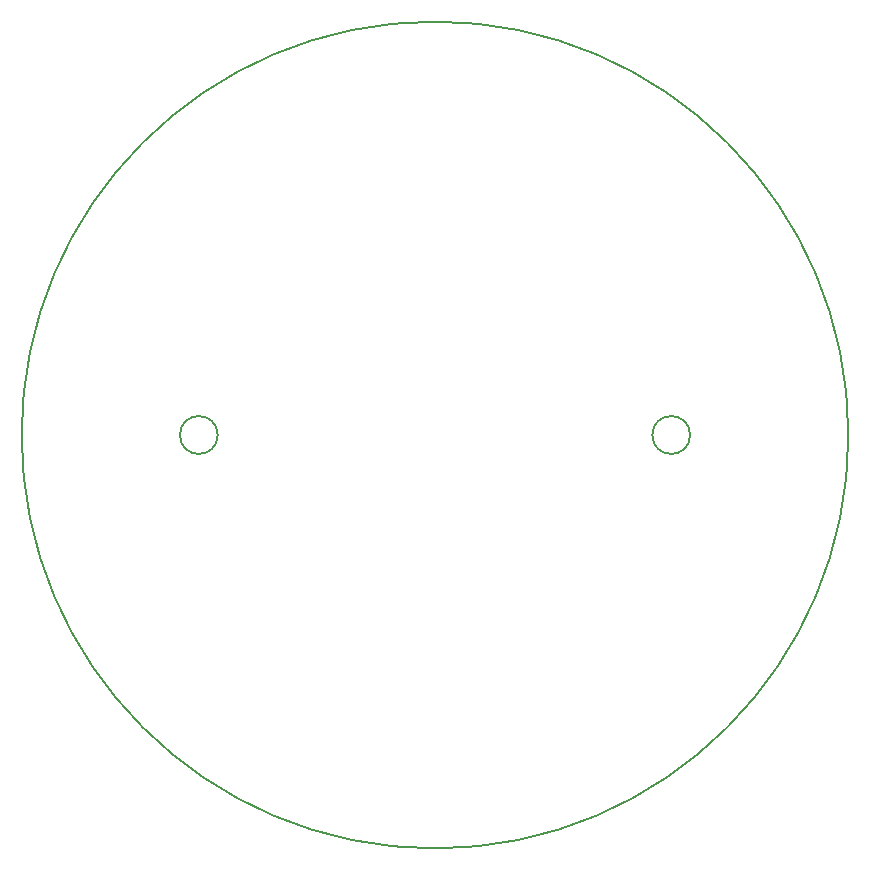
<source format=gm1>
G04 #@! TF.GenerationSoftware,KiCad,Pcbnew,6.0.5-a6ca702e91~116~ubuntu20.04.1*
G04 #@! TF.CreationDate,2022-06-19T21:22:34+02:00*
G04 #@! TF.ProjectId,attiny85_charlie_circle,61747469-6e79-4383-955f-636861726c69,0.10*
G04 #@! TF.SameCoordinates,Original*
G04 #@! TF.FileFunction,Profile,NP*
%FSLAX46Y46*%
G04 Gerber Fmt 4.6, Leading zero omitted, Abs format (unit mm)*
G04 Created by KiCad (PCBNEW 6.0.5-a6ca702e91~116~ubuntu20.04.1) date 2022-06-19 21:22:34*
%MOMM*%
%LPD*%
G01*
G04 APERTURE LIST*
G04 #@! TA.AperFunction,Profile*
%ADD10C,0.200000*%
G04 #@! TD*
G04 #@! TA.AperFunction,Profile*
%ADD11C,0.150000*%
G04 #@! TD*
G04 APERTURE END LIST*
D10*
X81600000Y-100000000D02*
G75*
G03*
X81600000Y-100000000I-1600000J0D01*
G01*
D11*
X135000000Y-100000000D02*
G75*
G03*
X135000000Y-100000000I-35000000J0D01*
G01*
D10*
X121600000Y-100000000D02*
G75*
G03*
X121600000Y-100000000I-1600000J0D01*
G01*
M02*

</source>
